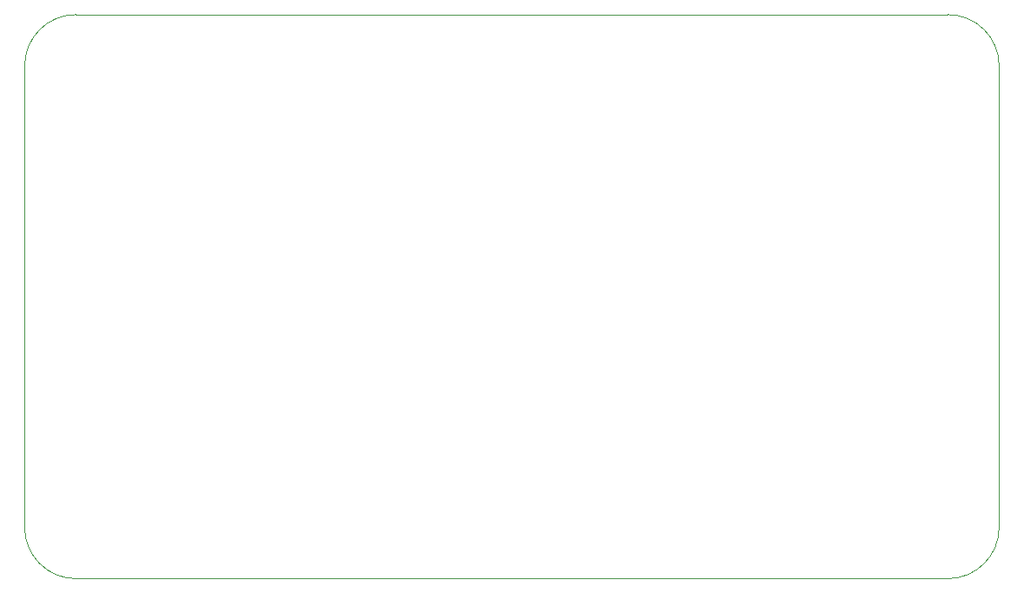
<source format=gbr>
%TF.GenerationSoftware,KiCad,Pcbnew,9.0.2*%
%TF.CreationDate,2025-06-20T15:17:41-04:00*%
%TF.ProjectId,proyecto_spectra,70726f79-6563-4746-9f5f-737065637472,rev?*%
%TF.SameCoordinates,Original*%
%TF.FileFunction,Profile,NP*%
%FSLAX46Y46*%
G04 Gerber Fmt 4.6, Leading zero omitted, Abs format (unit mm)*
G04 Created by KiCad (PCBNEW 9.0.2) date 2025-06-20 15:17:41*
%MOMM*%
%LPD*%
G01*
G04 APERTURE LIST*
%TA.AperFunction,Profile*%
%ADD10C,0.050000*%
%TD*%
G04 APERTURE END LIST*
D10*
X140000000Y-105000000D02*
X55000000Y-105000000D01*
X145000000Y-55000000D02*
X145000000Y-100000000D01*
X145000000Y-100000000D02*
G75*
G02*
X140000000Y-105000000I-5000000J0D01*
G01*
X55000000Y-50000000D02*
X140000000Y-50000000D01*
X50000000Y-55000000D02*
G75*
G02*
X55000000Y-50000000I5000000J0D01*
G01*
X55000000Y-105000000D02*
G75*
G02*
X50000000Y-100000000I0J5000000D01*
G01*
X140000000Y-50000000D02*
G75*
G02*
X145000000Y-55000000I0J-5000000D01*
G01*
X50000000Y-100000000D02*
X50000000Y-55000000D01*
M02*

</source>
